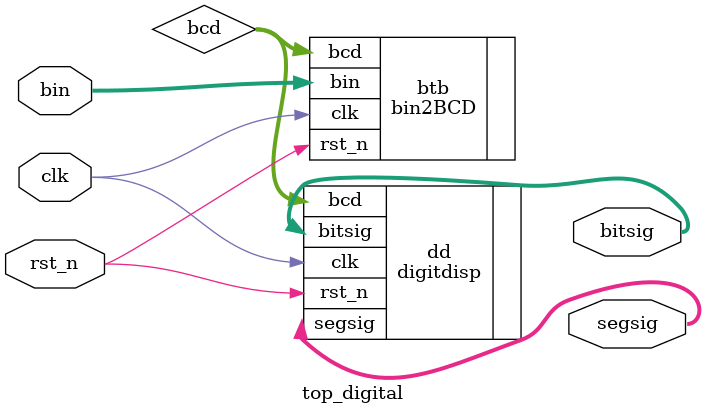
<source format=v>
module top_digital(clk,rst_n,bin,segsig,bitsig);

input clk;//50MÊ±ÖÓ
input rst_n;//È«¾Ö¸´Î»ÐÅºÅ
input [5:0] bin;
output [7:0] segsig;//ÊýÂë¹Ü¶ÎÑ¡
output [5:0] bitsig;//ÊýÂë¹ÜÎ»Ñ¡
reg [31:0] counter;//32Î»µÄ¼ÆÊýÆ÷
wire [11:0] bcd;

bin2BCD btb(
	.clk(clk),
	.rst_n(rst_n),
	.bin(bin),
	.bcd(bcd)
	);
digitdisp dd(
	.clk(clk),
	.rst_n(rst_n),
	.bcd(bcd),
	.segsig(segsig),
	.bitsig(bitsig)
	);
endmodule

</source>
